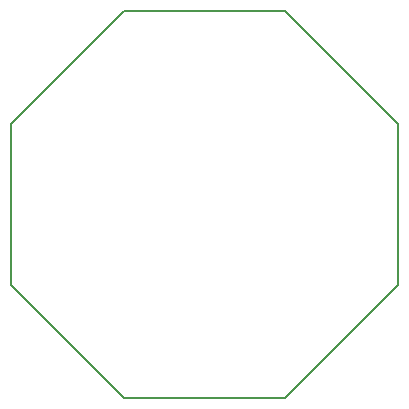
<source format=gbr>
G04 #@! TF.GenerationSoftware,KiCad,Pcbnew,(5.0.0)*
G04 #@! TF.CreationDate,2018-11-17T14:05:54+01:00*
G04 #@! TF.ProjectId,refPhotoDiode_MDversion,72656650686F746F44696F64655F4D44,rev?*
G04 #@! TF.SameCoordinates,Original*
G04 #@! TF.FileFunction,Profile,NP*
%FSLAX46Y46*%
G04 Gerber Fmt 4.6, Leading zero omitted, Abs format (unit mm)*
G04 Created by KiCad (PCBNEW (5.0.0)) date 11/17/18 14:05:54*
%MOMM*%
%LPD*%
G01*
G04 APERTURE LIST*
%ADD10C,0.200000*%
G04 APERTURE END LIST*
D10*
X133601138Y-101792631D02*
X143207369Y-111398862D01*
X166398862Y-101792631D02*
X166398862Y-88207369D01*
X143207369Y-78601138D02*
X133601138Y-88207369D01*
X156792631Y-111398862D02*
X166398862Y-101792631D01*
X166398862Y-88207369D02*
X156792631Y-78601138D01*
X133601138Y-88207369D02*
X133601138Y-101792631D01*
X156792631Y-78601138D02*
X143207369Y-78601138D01*
X143207369Y-111398862D02*
X156792631Y-111398862D01*
M02*

</source>
